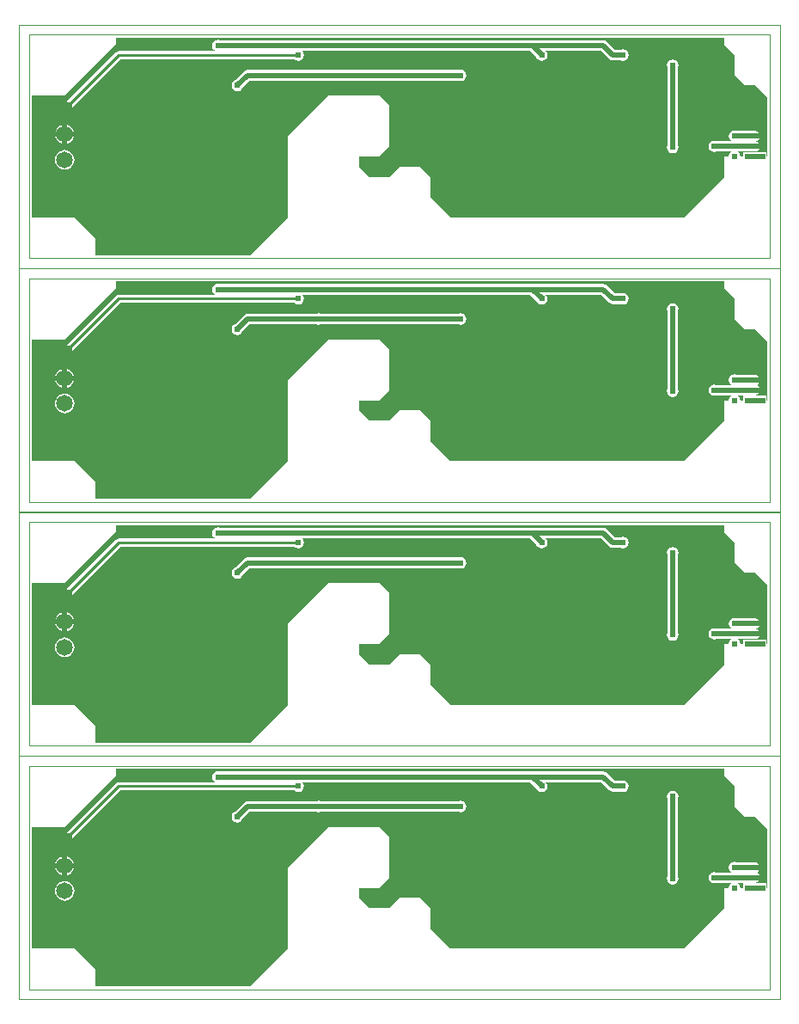
<source format=gbl>
G04 Layer_Physical_Order=2*
G04 Layer_Color=16711680*
%FSLAX25Y25*%
%MOIN*%
G70*
G01*
G75*
%ADD20C,0.02000*%
%ADD21C,0.01000*%
%ADD22C,0.00100*%
%ADD23R,0.06500X0.06500*%
%ADD24C,0.06500*%
%ADD25R,0.08000X0.02400*%
%ADD26C,0.02400*%
G36*
X710630Y452756D02*
X714567Y448819D01*
Y440945D01*
X718504Y437008D01*
X722441D01*
X727276Y432173D01*
Y409449D01*
X726942D01*
Y411150D01*
X717940D01*
Y409449D01*
X716810D01*
X716639Y410307D01*
X716153Y411035D01*
X715687Y411347D01*
X722441D01*
X723221Y411502D01*
X723883Y411944D01*
X724325Y412605D01*
X724480Y413386D01*
X724325Y414166D01*
X723883Y414828D01*
X723221Y415270D01*
X722796Y415354D01*
X723221Y415439D01*
X723883Y415881D01*
X724325Y416542D01*
X724480Y417323D01*
X724325Y418103D01*
X723883Y418765D01*
X723221Y419207D01*
X722441Y419362D01*
X715475D01*
X715425Y419395D01*
X714567Y419566D01*
X713708Y419395D01*
X712981Y418909D01*
X712495Y418181D01*
X712324Y417323D01*
X712495Y416464D01*
X712981Y415737D01*
X713447Y415425D01*
X707601D01*
X707551Y415458D01*
X706693Y415629D01*
X705834Y415458D01*
X705107Y414972D01*
X704621Y414244D01*
X704450Y413386D01*
X704621Y412527D01*
X705107Y411800D01*
X705834Y411313D01*
X706693Y411143D01*
X707551Y411313D01*
X707601Y411347D01*
X713447D01*
X712981Y411035D01*
X712495Y410307D01*
X712324Y409449D01*
X710630D01*
Y401575D01*
X694882Y385827D01*
X604331D01*
X596457Y393701D01*
Y401575D01*
X592520Y405512D01*
X584646D01*
X580709Y401575D01*
X572835D01*
X568898Y405512D01*
Y409449D01*
X576772D01*
X580709Y413386D01*
Y429134D01*
X576772Y433071D01*
X557087D01*
X541339Y417323D01*
Y385827D01*
X526661Y371149D01*
X466535D01*
Y377953D01*
X458661Y385827D01*
X442015D01*
Y433071D01*
X454724D01*
X474409Y452756D01*
Y455622D01*
X710630D01*
Y452756D01*
D02*
G37*
G36*
Y358256D02*
X714567Y354319D01*
Y346445D01*
X718504Y342508D01*
X722441D01*
X727276Y337673D01*
Y314949D01*
X726942D01*
Y316650D01*
X717940D01*
Y314949D01*
X716810D01*
X716639Y315807D01*
X716153Y316535D01*
X715687Y316847D01*
X722441D01*
X723221Y317002D01*
X723883Y317444D01*
X724325Y318106D01*
X724480Y318886D01*
X724325Y319666D01*
X723883Y320328D01*
X723221Y320770D01*
X722796Y320854D01*
X723221Y320939D01*
X723883Y321381D01*
X724325Y322042D01*
X724480Y322823D01*
X724325Y323603D01*
X723883Y324265D01*
X723221Y324707D01*
X722441Y324862D01*
X715475D01*
X715425Y324895D01*
X714567Y325066D01*
X713708Y324895D01*
X712981Y324409D01*
X712495Y323681D01*
X712324Y322823D01*
X712495Y321964D01*
X712981Y321237D01*
X713447Y320925D01*
X707601D01*
X707551Y320958D01*
X706693Y321129D01*
X705834Y320958D01*
X705107Y320472D01*
X704621Y319744D01*
X704450Y318886D01*
X704621Y318027D01*
X705107Y317300D01*
X705834Y316813D01*
X706693Y316643D01*
X707551Y316813D01*
X707601Y316847D01*
X713447D01*
X712981Y316535D01*
X712495Y315807D01*
X712324Y314949D01*
X710630D01*
Y307075D01*
X694882Y291327D01*
X604331D01*
X596457Y299201D01*
Y307075D01*
X592520Y311012D01*
X584646D01*
X580709Y307075D01*
X572835D01*
X568898Y311012D01*
Y314949D01*
X576772D01*
X580709Y318886D01*
Y334634D01*
X576772Y338571D01*
X557087D01*
X541339Y322823D01*
Y291327D01*
X526661Y276649D01*
X466535D01*
Y283453D01*
X458661Y291327D01*
X442015D01*
Y338571D01*
X454724D01*
X474409Y358256D01*
Y361122D01*
X710630D01*
Y358256D01*
D02*
G37*
G36*
Y263756D02*
X714567Y259819D01*
Y251945D01*
X718504Y248008D01*
X722441D01*
X727276Y243173D01*
Y220449D01*
X726942D01*
Y222150D01*
X717940D01*
Y220449D01*
X716810D01*
X716639Y221307D01*
X716153Y222035D01*
X715687Y222347D01*
X722441D01*
X723221Y222502D01*
X723883Y222944D01*
X724325Y223605D01*
X724480Y224386D01*
X724325Y225166D01*
X723883Y225828D01*
X723221Y226270D01*
X722796Y226354D01*
X723221Y226439D01*
X723883Y226881D01*
X724325Y227542D01*
X724480Y228323D01*
X724325Y229103D01*
X723883Y229765D01*
X723221Y230207D01*
X722441Y230362D01*
X715475D01*
X715425Y230395D01*
X714567Y230566D01*
X713708Y230395D01*
X712981Y229909D01*
X712495Y229181D01*
X712324Y228323D01*
X712495Y227464D01*
X712981Y226737D01*
X713447Y226425D01*
X707601D01*
X707551Y226458D01*
X706693Y226629D01*
X705834Y226458D01*
X705107Y225972D01*
X704621Y225244D01*
X704450Y224386D01*
X704621Y223527D01*
X705107Y222800D01*
X705834Y222313D01*
X706693Y222143D01*
X707551Y222313D01*
X707601Y222347D01*
X713447D01*
X712981Y222035D01*
X712495Y221307D01*
X712324Y220449D01*
X710630D01*
Y212575D01*
X694882Y196827D01*
X604331D01*
X596457Y204701D01*
Y212575D01*
X592520Y216512D01*
X584646D01*
X580709Y212575D01*
X572835D01*
X568898Y216512D01*
Y220449D01*
X576772D01*
X580709Y224386D01*
Y240134D01*
X576772Y244071D01*
X557087D01*
X541339Y228323D01*
Y196827D01*
X526661Y182149D01*
X466535D01*
Y188953D01*
X458661Y196827D01*
X442015D01*
Y244071D01*
X454724D01*
X474409Y263756D01*
Y266622D01*
X710630D01*
Y263756D01*
D02*
G37*
G36*
Y169256D02*
X714567Y165319D01*
Y157445D01*
X718504Y153508D01*
X722441D01*
X727276Y148673D01*
Y125949D01*
X726942D01*
Y127650D01*
X717940D01*
Y125949D01*
X716810D01*
X716639Y126807D01*
X716153Y127535D01*
X715687Y127847D01*
X722441D01*
X723221Y128002D01*
X723883Y128444D01*
X724325Y129105D01*
X724480Y129886D01*
X724325Y130666D01*
X723883Y131328D01*
X723221Y131770D01*
X722796Y131854D01*
X723221Y131939D01*
X723883Y132381D01*
X724325Y133043D01*
X724480Y133823D01*
X724325Y134603D01*
X723883Y135265D01*
X723221Y135707D01*
X722441Y135862D01*
X715475D01*
X715425Y135895D01*
X714567Y136066D01*
X713708Y135895D01*
X712981Y135409D01*
X712495Y134681D01*
X712324Y133823D01*
X712495Y132964D01*
X712981Y132237D01*
X713447Y131925D01*
X707601D01*
X707551Y131958D01*
X706693Y132129D01*
X705834Y131958D01*
X705107Y131472D01*
X704621Y130744D01*
X704450Y129886D01*
X704621Y129027D01*
X705107Y128300D01*
X705834Y127813D01*
X706693Y127643D01*
X707551Y127813D01*
X707601Y127847D01*
X713447D01*
X712981Y127535D01*
X712495Y126807D01*
X712324Y125949D01*
X710630D01*
Y118075D01*
X694882Y102327D01*
X604331D01*
X596457Y110201D01*
Y118075D01*
X592520Y122012D01*
X584646D01*
X580709Y118075D01*
X572835D01*
X568898Y122012D01*
Y125949D01*
X576772D01*
X580709Y129886D01*
Y145634D01*
X576772Y149571D01*
X557087D01*
X541339Y133823D01*
Y102327D01*
X526661Y87649D01*
X466535D01*
Y94453D01*
X458661Y102327D01*
X442015D01*
Y149571D01*
X454724D01*
X474409Y169256D01*
Y172122D01*
X710630D01*
Y169256D01*
D02*
G37*
%LPC*%
G36*
X514092Y454686D02*
X513234Y454515D01*
X512506Y454029D01*
X512020Y453301D01*
X511849Y452443D01*
X512020Y451584D01*
X512506Y450857D01*
X513234Y450371D01*
X513346Y450348D01*
X475630D01*
X475141Y450251D01*
X475044Y450232D01*
X474548Y449900D01*
X453643Y428995D01*
X453311Y428499D01*
X453195Y427914D01*
X453311Y427328D01*
X453643Y426832D01*
X454139Y426501D01*
X454724Y426384D01*
X455310Y426501D01*
X455806Y426832D01*
X476263Y447290D01*
X543652D01*
X543689Y447233D01*
X544417Y446747D01*
X545276Y446576D01*
X546134Y446747D01*
X546862Y447233D01*
X547348Y447961D01*
X547519Y448819D01*
X547348Y449677D01*
X546863Y450404D01*
X635295D01*
X637680Y448019D01*
X637691Y447961D01*
X638178Y447233D01*
X638905Y446747D01*
X639764Y446576D01*
X640622Y446747D01*
X641350Y447233D01*
X641836Y447961D01*
X642007Y448819D01*
X641836Y449677D01*
X641351Y450404D01*
X662854D01*
X665881Y447377D01*
X666542Y446935D01*
X667323Y446780D01*
X670352D01*
X670401Y446747D01*
X671260Y446576D01*
X672118Y446747D01*
X672846Y447233D01*
X673332Y447961D01*
X673503Y448819D01*
X673332Y449677D01*
X672846Y450405D01*
X672118Y450891D01*
X671260Y451062D01*
X670401Y450891D01*
X670352Y450858D01*
X668167D01*
X665141Y453885D01*
X664479Y454327D01*
X663699Y454482D01*
X515001D01*
X514951Y454515D01*
X514092Y454686D01*
D02*
G37*
G36*
X608268Y443188D02*
X607409Y443017D01*
X607360Y442984D01*
X554058D01*
X554008Y443017D01*
X553150Y443188D01*
X552291Y443017D01*
X552242Y442984D01*
X525591D01*
X524810Y442829D01*
X524149Y442387D01*
X520854Y439092D01*
X520795Y439080D01*
X520067Y438594D01*
X519581Y437866D01*
X519410Y437008D01*
X519581Y436150D01*
X520067Y435422D01*
X520795Y434936D01*
X521654Y434765D01*
X522512Y434936D01*
X523240Y435422D01*
X523726Y436150D01*
X523737Y436208D01*
X526435Y438906D01*
X552242D01*
X552291Y438872D01*
X553150Y438702D01*
X554008Y438872D01*
X554058Y438906D01*
X607360D01*
X607409Y438872D01*
X608268Y438702D01*
X609126Y438872D01*
X609854Y439359D01*
X610340Y440087D01*
X610511Y440945D01*
X610340Y441803D01*
X609854Y442531D01*
X609126Y443017D01*
X608268Y443188D01*
D02*
G37*
G36*
X454724Y421854D02*
X453745Y421725D01*
X452833Y421347D01*
X452049Y420746D01*
X451448Y419962D01*
X451070Y419050D01*
X450941Y418071D01*
X451070Y417092D01*
X451448Y416179D01*
X452049Y415396D01*
X452833Y414795D01*
X453745Y414417D01*
X454724Y414288D01*
X455704Y414417D01*
X456616Y414795D01*
X457400Y415396D01*
X458001Y416179D01*
X458379Y417092D01*
X458508Y418071D01*
X458379Y419050D01*
X458001Y419962D01*
X457400Y420746D01*
X456616Y421347D01*
X455704Y421725D01*
X454724Y421854D01*
D02*
G37*
G36*
X690582Y447125D02*
X689723Y446954D01*
X688996Y446468D01*
X688510Y445740D01*
X688339Y444882D01*
X688510Y444024D01*
X688543Y443974D01*
Y413931D01*
X688510Y413881D01*
X688339Y413023D01*
X688510Y412164D01*
X688996Y411437D01*
X689723Y410951D01*
X690582Y410780D01*
X691440Y410951D01*
X692168Y411437D01*
X692654Y412164D01*
X692825Y413023D01*
X692654Y413881D01*
X692621Y413931D01*
Y443974D01*
X692654Y444024D01*
X692825Y444882D01*
X692654Y445740D01*
X692168Y446468D01*
X691440Y446954D01*
X690582Y447125D01*
D02*
G37*
G36*
X454724Y412012D02*
X453745Y411883D01*
X452833Y411505D01*
X452049Y410904D01*
X451448Y410120D01*
X451070Y409208D01*
X450941Y408229D01*
X451070Y407250D01*
X451448Y406337D01*
X452049Y405554D01*
X452833Y404952D01*
X453745Y404574D01*
X454724Y404446D01*
X455704Y404574D01*
X456616Y404952D01*
X457400Y405554D01*
X458001Y406337D01*
X458379Y407250D01*
X458508Y408229D01*
X458379Y409208D01*
X458001Y410120D01*
X457400Y410904D01*
X456616Y411505D01*
X455704Y411883D01*
X454724Y412012D01*
D02*
G37*
%LPD*%
G36*
X543652Y450348D02*
X514839D01*
X514951Y450371D01*
X515001Y450404D01*
X543689D01*
X543652Y450348D01*
D02*
G37*
%LPC*%
G36*
X514092Y360186D02*
X513234Y360015D01*
X512506Y359529D01*
X512020Y358801D01*
X511849Y357943D01*
X512020Y357084D01*
X512506Y356357D01*
X513234Y355871D01*
X513346Y355848D01*
X475630D01*
X475141Y355751D01*
X475044Y355732D01*
X474548Y355400D01*
X453643Y334495D01*
X453311Y333999D01*
X453195Y333414D01*
X453311Y332828D01*
X453643Y332332D01*
X454139Y332001D01*
X454724Y331884D01*
X455310Y332001D01*
X455806Y332332D01*
X476263Y352789D01*
X543652D01*
X543689Y352733D01*
X544417Y352246D01*
X545276Y352076D01*
X546134Y352246D01*
X546862Y352733D01*
X547348Y353461D01*
X547519Y354319D01*
X547348Y355177D01*
X546863Y355904D01*
X635295D01*
X637680Y353519D01*
X637691Y353461D01*
X638178Y352733D01*
X638905Y352246D01*
X639764Y352076D01*
X640622Y352246D01*
X641350Y352733D01*
X641836Y353461D01*
X642007Y354319D01*
X641836Y355177D01*
X641351Y355904D01*
X662854D01*
X665881Y352877D01*
X666542Y352435D01*
X667323Y352280D01*
X670352D01*
X670401Y352246D01*
X671260Y352076D01*
X672118Y352246D01*
X672846Y352733D01*
X673332Y353461D01*
X673503Y354319D01*
X673332Y355177D01*
X672846Y355905D01*
X672118Y356391D01*
X671260Y356562D01*
X670401Y356391D01*
X670352Y356358D01*
X668167D01*
X665141Y359385D01*
X664479Y359827D01*
X663699Y359982D01*
X515001D01*
X514951Y360015D01*
X514092Y360186D01*
D02*
G37*
G36*
X608268Y348688D02*
X607409Y348517D01*
X607360Y348484D01*
X554058D01*
X554008Y348517D01*
X553150Y348688D01*
X552291Y348517D01*
X552242Y348484D01*
X525591D01*
X524810Y348329D01*
X524149Y347887D01*
X520854Y344592D01*
X520795Y344580D01*
X520067Y344094D01*
X519581Y343366D01*
X519410Y342508D01*
X519581Y341650D01*
X520067Y340922D01*
X520795Y340436D01*
X521654Y340265D01*
X522512Y340436D01*
X523240Y340922D01*
X523726Y341650D01*
X523737Y341708D01*
X526435Y344406D01*
X552242D01*
X552291Y344373D01*
X553150Y344202D01*
X554008Y344373D01*
X554058Y344406D01*
X607360D01*
X607409Y344373D01*
X608268Y344202D01*
X609126Y344373D01*
X609854Y344859D01*
X610340Y345586D01*
X610511Y346445D01*
X610340Y347303D01*
X609854Y348031D01*
X609126Y348517D01*
X608268Y348688D01*
D02*
G37*
G36*
X454724Y327354D02*
X453745Y327225D01*
X452833Y326847D01*
X452049Y326246D01*
X451448Y325462D01*
X451070Y324550D01*
X450941Y323571D01*
X451070Y322592D01*
X451448Y321679D01*
X452049Y320896D01*
X452833Y320295D01*
X453745Y319917D01*
X454724Y319788D01*
X455704Y319917D01*
X456616Y320295D01*
X457400Y320896D01*
X458001Y321679D01*
X458379Y322592D01*
X458508Y323571D01*
X458379Y324550D01*
X458001Y325462D01*
X457400Y326246D01*
X456616Y326847D01*
X455704Y327225D01*
X454724Y327354D01*
D02*
G37*
G36*
X690582Y352625D02*
X689723Y352454D01*
X688996Y351968D01*
X688510Y351240D01*
X688339Y350382D01*
X688510Y349523D01*
X688543Y349474D01*
Y319431D01*
X688510Y319381D01*
X688339Y318523D01*
X688510Y317664D01*
X688996Y316937D01*
X689723Y316451D01*
X690582Y316280D01*
X691440Y316451D01*
X692168Y316937D01*
X692654Y317664D01*
X692825Y318523D01*
X692654Y319381D01*
X692621Y319431D01*
Y349474D01*
X692654Y349523D01*
X692825Y350382D01*
X692654Y351240D01*
X692168Y351968D01*
X691440Y352454D01*
X690582Y352625D01*
D02*
G37*
G36*
X454724Y317512D02*
X453745Y317383D01*
X452833Y317005D01*
X452049Y316404D01*
X451448Y315620D01*
X451070Y314708D01*
X450941Y313729D01*
X451070Y312750D01*
X451448Y311837D01*
X452049Y311054D01*
X452833Y310452D01*
X453745Y310074D01*
X454724Y309946D01*
X455704Y310074D01*
X456616Y310452D01*
X457400Y311054D01*
X458001Y311837D01*
X458379Y312750D01*
X458508Y313729D01*
X458379Y314708D01*
X458001Y315620D01*
X457400Y316404D01*
X456616Y317005D01*
X455704Y317383D01*
X454724Y317512D01*
D02*
G37*
%LPD*%
G36*
X543652Y355848D02*
X514839D01*
X514951Y355871D01*
X515001Y355904D01*
X543689D01*
X543652Y355848D01*
D02*
G37*
%LPC*%
G36*
X514092Y265686D02*
X513234Y265515D01*
X512506Y265029D01*
X512020Y264301D01*
X511849Y263443D01*
X512020Y262584D01*
X512506Y261857D01*
X513234Y261371D01*
X513346Y261348D01*
X475630D01*
X475141Y261251D01*
X475044Y261232D01*
X474548Y260900D01*
X453643Y239995D01*
X453311Y239499D01*
X453195Y238914D01*
X453311Y238329D01*
X453643Y237832D01*
X454139Y237501D01*
X454724Y237384D01*
X455310Y237501D01*
X455806Y237832D01*
X476263Y258290D01*
X543652D01*
X543689Y258233D01*
X544417Y257747D01*
X545276Y257576D01*
X546134Y257747D01*
X546862Y258233D01*
X547348Y258961D01*
X547519Y259819D01*
X547348Y260677D01*
X546863Y261404D01*
X635295D01*
X637680Y259019D01*
X637691Y258961D01*
X638178Y258233D01*
X638905Y257747D01*
X639764Y257576D01*
X640622Y257747D01*
X641350Y258233D01*
X641836Y258961D01*
X642007Y259819D01*
X641836Y260677D01*
X641351Y261404D01*
X662854D01*
X665881Y258377D01*
X666542Y257935D01*
X667323Y257780D01*
X670352D01*
X670401Y257747D01*
X671260Y257576D01*
X672118Y257747D01*
X672846Y258233D01*
X673332Y258961D01*
X673503Y259819D01*
X673332Y260677D01*
X672846Y261405D01*
X672118Y261891D01*
X671260Y262062D01*
X670401Y261891D01*
X670352Y261858D01*
X668167D01*
X665141Y264885D01*
X664479Y265327D01*
X663699Y265482D01*
X515001D01*
X514951Y265515D01*
X514092Y265686D01*
D02*
G37*
G36*
X608268Y254188D02*
X607409Y254017D01*
X607360Y253984D01*
X554058D01*
X554008Y254017D01*
X553150Y254188D01*
X552291Y254017D01*
X552242Y253984D01*
X525591D01*
X524810Y253829D01*
X524149Y253387D01*
X520854Y250092D01*
X520795Y250080D01*
X520067Y249594D01*
X519581Y248866D01*
X519410Y248008D01*
X519581Y247149D01*
X520067Y246422D01*
X520795Y245936D01*
X521654Y245765D01*
X522512Y245936D01*
X523240Y246422D01*
X523726Y247149D01*
X523737Y247208D01*
X526435Y249906D01*
X552242D01*
X552291Y249872D01*
X553150Y249702D01*
X554008Y249872D01*
X554058Y249906D01*
X607360D01*
X607409Y249872D01*
X608268Y249702D01*
X609126Y249872D01*
X609854Y250359D01*
X610340Y251086D01*
X610511Y251945D01*
X610340Y252803D01*
X609854Y253531D01*
X609126Y254017D01*
X608268Y254188D01*
D02*
G37*
G36*
X454724Y232854D02*
X453745Y232725D01*
X452833Y232347D01*
X452049Y231746D01*
X451448Y230962D01*
X451070Y230050D01*
X450941Y229071D01*
X451070Y228092D01*
X451448Y227179D01*
X452049Y226396D01*
X452833Y225795D01*
X453745Y225417D01*
X454724Y225288D01*
X455704Y225417D01*
X456616Y225795D01*
X457400Y226396D01*
X458001Y227179D01*
X458379Y228092D01*
X458508Y229071D01*
X458379Y230050D01*
X458001Y230962D01*
X457400Y231746D01*
X456616Y232347D01*
X455704Y232725D01*
X454724Y232854D01*
D02*
G37*
G36*
X690582Y258125D02*
X689723Y257954D01*
X688996Y257468D01*
X688510Y256740D01*
X688339Y255882D01*
X688510Y255024D01*
X688543Y254974D01*
Y224931D01*
X688510Y224881D01*
X688339Y224023D01*
X688510Y223164D01*
X688996Y222437D01*
X689723Y221951D01*
X690582Y221780D01*
X691440Y221951D01*
X692168Y222437D01*
X692654Y223164D01*
X692825Y224023D01*
X692654Y224881D01*
X692621Y224931D01*
Y254974D01*
X692654Y255024D01*
X692825Y255882D01*
X692654Y256740D01*
X692168Y257468D01*
X691440Y257954D01*
X690582Y258125D01*
D02*
G37*
G36*
X454724Y223012D02*
X453745Y222883D01*
X452833Y222505D01*
X452049Y221904D01*
X451448Y221120D01*
X451070Y220208D01*
X450941Y219229D01*
X451070Y218250D01*
X451448Y217337D01*
X452049Y216554D01*
X452833Y215952D01*
X453745Y215575D01*
X454724Y215446D01*
X455704Y215575D01*
X456616Y215952D01*
X457400Y216554D01*
X458001Y217337D01*
X458379Y218250D01*
X458508Y219229D01*
X458379Y220208D01*
X458001Y221120D01*
X457400Y221904D01*
X456616Y222505D01*
X455704Y222883D01*
X454724Y223012D01*
D02*
G37*
%LPD*%
G36*
X543652Y261348D02*
X514839D01*
X514951Y261371D01*
X515001Y261404D01*
X543689D01*
X543652Y261348D01*
D02*
G37*
%LPC*%
G36*
X514092Y171186D02*
X513234Y171015D01*
X512506Y170529D01*
X512020Y169801D01*
X511849Y168943D01*
X512020Y168085D01*
X512506Y167357D01*
X513234Y166871D01*
X513346Y166848D01*
X475630D01*
X475141Y166751D01*
X475044Y166732D01*
X474548Y166400D01*
X453643Y145495D01*
X453311Y144999D01*
X453195Y144414D01*
X453311Y143828D01*
X453643Y143332D01*
X454139Y143001D01*
X454724Y142884D01*
X455310Y143001D01*
X455806Y143332D01*
X476263Y163789D01*
X543652D01*
X543689Y163733D01*
X544417Y163247D01*
X545276Y163076D01*
X546134Y163247D01*
X546862Y163733D01*
X547348Y164461D01*
X547519Y165319D01*
X547348Y166177D01*
X546863Y166904D01*
X635295D01*
X637680Y164519D01*
X637691Y164461D01*
X638178Y163733D01*
X638905Y163247D01*
X639764Y163076D01*
X640622Y163247D01*
X641350Y163733D01*
X641836Y164461D01*
X642007Y165319D01*
X641836Y166177D01*
X641351Y166904D01*
X662854D01*
X665881Y163877D01*
X666542Y163435D01*
X667323Y163280D01*
X670352D01*
X670401Y163247D01*
X671260Y163076D01*
X672118Y163247D01*
X672846Y163733D01*
X673332Y164461D01*
X673503Y165319D01*
X673332Y166177D01*
X672846Y166905D01*
X672118Y167391D01*
X671260Y167562D01*
X670401Y167391D01*
X670352Y167358D01*
X668167D01*
X665141Y170385D01*
X664479Y170827D01*
X663699Y170982D01*
X515001D01*
X514951Y171015D01*
X514092Y171186D01*
D02*
G37*
G36*
X608268Y159688D02*
X607409Y159517D01*
X607360Y159484D01*
X554058D01*
X554008Y159517D01*
X553150Y159688D01*
X552291Y159517D01*
X552242Y159484D01*
X525591D01*
X524810Y159329D01*
X524149Y158887D01*
X520854Y155592D01*
X520795Y155580D01*
X520067Y155094D01*
X519581Y154366D01*
X519410Y153508D01*
X519581Y152649D01*
X520067Y151922D01*
X520795Y151435D01*
X521654Y151265D01*
X522512Y151435D01*
X523240Y151922D01*
X523726Y152649D01*
X523737Y152708D01*
X526435Y155406D01*
X552242D01*
X552291Y155373D01*
X553150Y155202D01*
X554008Y155373D01*
X554058Y155406D01*
X607360D01*
X607409Y155373D01*
X608268Y155202D01*
X609126Y155373D01*
X609854Y155859D01*
X610340Y156587D01*
X610511Y157445D01*
X610340Y158303D01*
X609854Y159031D01*
X609126Y159517D01*
X608268Y159688D01*
D02*
G37*
G36*
X454724Y138354D02*
X453745Y138225D01*
X452833Y137847D01*
X452049Y137246D01*
X451448Y136462D01*
X451070Y135550D01*
X450941Y134571D01*
X451070Y133592D01*
X451448Y132679D01*
X452049Y131896D01*
X452833Y131295D01*
X453745Y130917D01*
X454724Y130788D01*
X455704Y130917D01*
X456616Y131295D01*
X457400Y131896D01*
X458001Y132679D01*
X458379Y133592D01*
X458508Y134571D01*
X458379Y135550D01*
X458001Y136462D01*
X457400Y137246D01*
X456616Y137847D01*
X455704Y138225D01*
X454724Y138354D01*
D02*
G37*
G36*
X690582Y163625D02*
X689723Y163454D01*
X688996Y162968D01*
X688510Y162240D01*
X688339Y161382D01*
X688510Y160523D01*
X688543Y160474D01*
Y130431D01*
X688510Y130381D01*
X688339Y129523D01*
X688510Y128664D01*
X688996Y127937D01*
X689723Y127451D01*
X690582Y127280D01*
X691440Y127451D01*
X692168Y127937D01*
X692654Y128664D01*
X692825Y129523D01*
X692654Y130381D01*
X692621Y130431D01*
Y160474D01*
X692654Y160523D01*
X692825Y161382D01*
X692654Y162240D01*
X692168Y162968D01*
X691440Y163454D01*
X690582Y163625D01*
D02*
G37*
G36*
X454724Y128512D02*
X453745Y128383D01*
X452833Y128005D01*
X452049Y127404D01*
X451448Y126620D01*
X451070Y125708D01*
X450941Y124729D01*
X451070Y123750D01*
X451448Y122837D01*
X452049Y122054D01*
X452833Y121452D01*
X453745Y121074D01*
X454724Y120946D01*
X455704Y121074D01*
X456616Y121452D01*
X457400Y122054D01*
X458001Y122837D01*
X458379Y123750D01*
X458508Y124729D01*
X458379Y125708D01*
X458001Y126620D01*
X457400Y127404D01*
X456616Y128005D01*
X455704Y128383D01*
X454724Y128512D01*
D02*
G37*
%LPD*%
G36*
X543652Y166848D02*
X514839D01*
X514951Y166871D01*
X515001Y166904D01*
X543689D01*
X543652Y166848D01*
D02*
G37*
D20*
X454724Y130620D02*
Y134571D01*
Y138522D01*
X450774Y134571D02*
X454724D01*
X458675D01*
X636140Y168943D02*
X663699D01*
X667323Y165319D01*
X671260D01*
X514092Y168943D02*
X636140D01*
X639764Y165319D01*
X690582Y129523D02*
Y161382D01*
X706693Y129886D02*
X722441D01*
X714567Y133823D02*
X722441D01*
X553150Y157445D02*
X608268D01*
X521654Y153508D02*
X525591Y157445D01*
X553150D01*
X454724Y225120D02*
Y229071D01*
Y233022D01*
X450774Y229071D02*
X454724D01*
X458675D01*
X636140Y263443D02*
X663699D01*
X667323Y259819D01*
X671260D01*
X514092Y263443D02*
X636140D01*
X639764Y259819D01*
X690582Y224023D02*
Y255882D01*
X706693Y224386D02*
X722441D01*
X714567Y228323D02*
X722441D01*
X553150Y251945D02*
X608268D01*
X521654Y248008D02*
X525591Y251945D01*
X553150D01*
X454724Y319620D02*
Y323571D01*
Y327522D01*
X450774Y323571D02*
X454724D01*
X458675D01*
X636140Y357943D02*
X663699D01*
X667323Y354319D01*
X671260D01*
X514092Y357943D02*
X636140D01*
X639764Y354319D01*
X690582Y318523D02*
Y350382D01*
X706693Y318886D02*
X722441D01*
X714567Y322823D02*
X722441D01*
X553150Y346445D02*
X608268D01*
X521654Y342508D02*
X525591Y346445D01*
X553150D01*
X525591Y440945D02*
X553150D01*
X521654Y437008D02*
X525591Y440945D01*
X553150D02*
X608268D01*
X714567Y417323D02*
X722441D01*
X706693Y413386D02*
X722441D01*
X690582Y413023D02*
Y444882D01*
X636140Y452443D02*
X639764Y448819D01*
X514092Y452443D02*
X636140D01*
X667323Y448819D02*
X671260D01*
X663699Y452443D02*
X667323Y448819D01*
X636140Y452443D02*
X663699D01*
X454724Y418071D02*
X458675D01*
X450774D02*
X454724D01*
Y422022D01*
Y414120D02*
Y418071D01*
D21*
Y144414D02*
X475630Y165319D01*
X545276D01*
X454724Y238914D02*
X475630Y259819D01*
X545276D01*
X454724Y333414D02*
X475630Y354319D01*
X545276D01*
X475630Y448819D02*
X545276D01*
X454724Y427914D02*
X475630Y448819D01*
D22*
X437008Y82642D02*
X732283D01*
Y177130D01*
X437008D02*
X732283D01*
X437008Y82642D02*
Y177130D01*
Y177142D02*
X732283D01*
Y271630D01*
X437008D02*
X732283D01*
X437008Y177142D02*
Y271630D01*
Y271642D02*
X732283D01*
Y366130D01*
X437008D02*
X732283D01*
X437008Y271642D02*
Y366130D01*
Y366142D02*
Y460630D01*
X732283D01*
Y366142D02*
Y460630D01*
X437008Y366142D02*
X732283D01*
X440945Y86579D02*
Y173193D01*
X728346D01*
Y86579D02*
Y173193D01*
X440945Y86579D02*
X728346D01*
X440945D02*
Y173193D01*
X728346D01*
Y86579D02*
Y173193D01*
X440945Y86579D02*
X728346D01*
X440945Y181079D02*
Y267693D01*
X728346D01*
Y181079D02*
Y267693D01*
X440945Y181079D02*
X728346D01*
X440945D02*
Y267693D01*
X728346D01*
Y181079D02*
Y267693D01*
X440945Y181079D02*
X728346D01*
X440945Y275579D02*
Y362193D01*
X728346D01*
Y275579D02*
Y362193D01*
X440945Y275579D02*
X728346D01*
X440945D02*
Y362193D01*
X728346D01*
Y275579D02*
Y362193D01*
X440945Y275579D02*
X728346D01*
X440945Y370079D02*
X728346D01*
Y456693D01*
X440945D02*
X728346D01*
X440945Y370079D02*
Y456693D01*
Y370079D02*
X728346D01*
Y456693D01*
X440945D02*
X728346D01*
X440945Y370079D02*
Y456693D01*
D23*
X454724Y114886D02*
D03*
Y209386D02*
D03*
Y303886D02*
D03*
Y398386D02*
D03*
D24*
Y124729D02*
D03*
Y144414D02*
D03*
Y134571D02*
D03*
Y219229D02*
D03*
Y238914D02*
D03*
Y229071D02*
D03*
Y313729D02*
D03*
Y333414D02*
D03*
Y323571D02*
D03*
Y408229D02*
D03*
Y427914D02*
D03*
Y418071D02*
D03*
D25*
X722441Y133823D02*
D03*
Y129886D02*
D03*
Y125949D02*
D03*
Y228323D02*
D03*
Y224386D02*
D03*
Y220449D02*
D03*
Y322823D02*
D03*
Y318886D02*
D03*
Y314949D02*
D03*
Y417323D02*
D03*
Y413386D02*
D03*
Y409449D02*
D03*
D26*
X710630Y165319D02*
D03*
X681097Y157997D02*
D03*
X536965Y122449D02*
D03*
X604331Y118075D02*
D03*
X580709Y122012D02*
D03*
X584646Y149571D02*
D03*
X662949Y157882D02*
D03*
X501968Y141697D02*
D03*
X671260Y165319D02*
D03*
X639764D02*
D03*
X514092Y168943D02*
D03*
X545276Y165319D02*
D03*
X714567Y125949D02*
D03*
X706693Y129886D02*
D03*
X690582Y129523D02*
D03*
Y161382D02*
D03*
X714567Y133823D02*
D03*
X521654Y153508D02*
D03*
X553150Y157445D02*
D03*
X608268D02*
D03*
X710630Y259819D02*
D03*
X681097Y252497D02*
D03*
X536965Y216949D02*
D03*
X604331Y212575D02*
D03*
X580709Y216512D02*
D03*
X584646Y244071D02*
D03*
X662949Y252382D02*
D03*
X501968Y236197D02*
D03*
X671260Y259819D02*
D03*
X639764D02*
D03*
X514092Y263443D02*
D03*
X545276Y259819D02*
D03*
X714567Y220449D02*
D03*
X706693Y224386D02*
D03*
X690582Y224023D02*
D03*
Y255882D02*
D03*
X714567Y228323D02*
D03*
X521654Y248008D02*
D03*
X553150Y251945D02*
D03*
X608268D02*
D03*
X710630Y354319D02*
D03*
X681097Y346997D02*
D03*
X536965Y311449D02*
D03*
X604331Y307075D02*
D03*
X580709Y311012D02*
D03*
X584646Y338571D02*
D03*
X662949Y346882D02*
D03*
X501968Y330697D02*
D03*
X671260Y354319D02*
D03*
X639764D02*
D03*
X514092Y357943D02*
D03*
X545276Y354319D02*
D03*
X714567Y314949D02*
D03*
X706693Y318886D02*
D03*
X690582Y318523D02*
D03*
Y350382D02*
D03*
X714567Y322823D02*
D03*
X521654Y342508D02*
D03*
X553150Y346445D02*
D03*
X608268D02*
D03*
Y440945D02*
D03*
X553150D02*
D03*
X521654Y437008D02*
D03*
X714567Y417323D02*
D03*
X690582Y444882D02*
D03*
Y413023D02*
D03*
X706693Y413386D02*
D03*
X714567Y409449D02*
D03*
X545276Y448819D02*
D03*
X514092Y452443D02*
D03*
X639764Y448819D02*
D03*
X671260D02*
D03*
X501968Y425197D02*
D03*
X662949Y441382D02*
D03*
X584646Y433071D02*
D03*
X580709Y405512D02*
D03*
X604331Y401575D02*
D03*
X536965Y405949D02*
D03*
X681097Y441497D02*
D03*
X710630Y448819D02*
D03*
M02*

</source>
